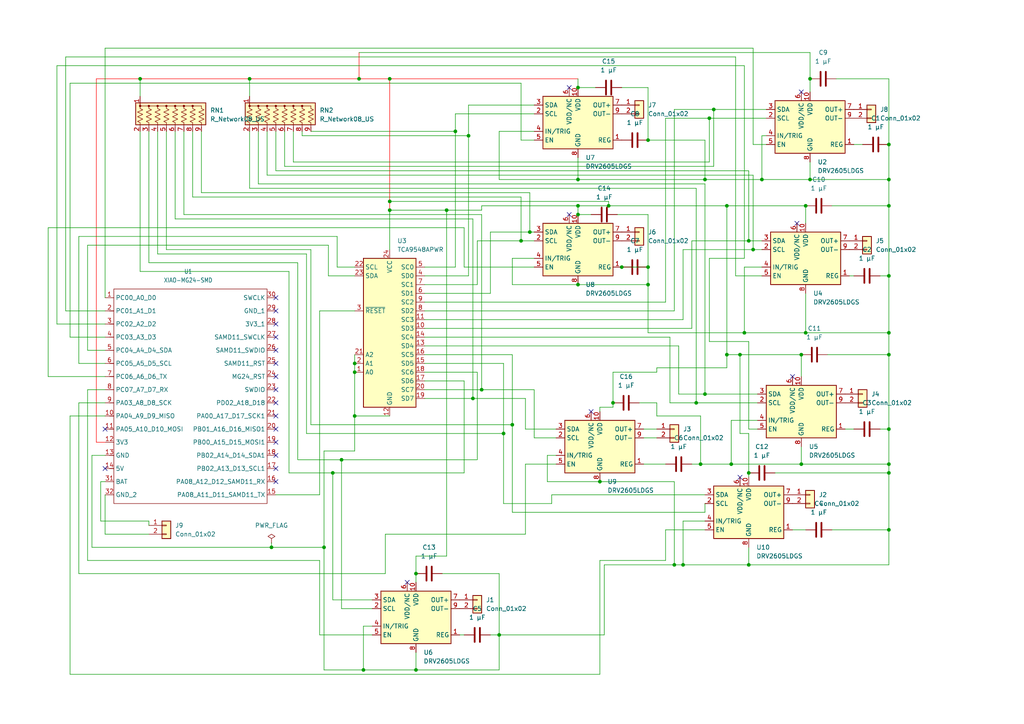
<source format=kicad_sch>
(kicad_sch (version 20231120) (generator "eeschema") (generator_version "8.0")
  (paper "A4")
  (lib_symbols
    (symbol "Connector_Generic:Conn_01x02" (pin_names (offset 1.016) hide)
      (property "Reference" "J" (at 0 2.54 0))
      (property "Value" "Conn_01x02" (at 0 -5.08 0))
      (symbol "Conn_01x02_1_1"
        (rectangle (start -1.27 -2.413) (end 0 -2.667) (stroke (width 0.1524)))
        (rectangle (start -1.27 0.127) (end 0 -0.127) (stroke (width 0.1524)))
        (rectangle (start -1.27 1.27) (end 1.27 -3.81) (stroke (width 0.254)) (fill (type background)))
        (pin passive line (at -5.08 0 0) (length 3.81) (name "Pin_1") (number "1"))
        (pin passive line (at -5.08 -2.54 0) (length 3.81) (name "Pin_2") (number "2"))
      )
    )
    (symbol "DRV2605LDGS_1"
      (property "Reference" "U2" (at 2.1941 -10.16 0))
      (property "Value" "DRV2605LDGS" (at 2.1941 -12.7 0))
      (symbol "DRV2605LDGS_1_0_1"
        (rectangle (start -10.16 7.62) (end 10.16 -7.62) (stroke (width 0.254)) (fill (type background)))
      )
      (symbol "DRV2605LDGS_1_1_1"
        (pin passive line (at 12.7 -5.08 180) (length 2.54) (name "REG") (number "1"))
        (pin power_in line (at 0 10.16 270) (length 2.54) (name "VDD") (number "10"))
        (pin input line (at -12.7 2.54 0) (length 2.54) (name "SCL") (number "2"))
        (pin bidirectional line (at -12.7 5.08 0) (length 2.54) (name "SDA") (number "3"))
        (pin input line (at -12.7 -2.54 0) (length 2.54) (name "IN/TRIG") (number "4"))
        (pin input line (at -12.7 -5.08 0) (length 2.54) (name "EN") (number "5"))
        (pin power_in line (at -2.54 10.16 270) (length 2.54) (name "VDD/NC") (number "6"))
        (pin output line (at 12.7 5.08 180) (length 2.54) (name "OUT+") (number "7"))
        (pin power_in line (at 0 -10.16 90) (length 2.54) (name "GND") (number "8"))
        (pin output line (at 12.7 2.54 180) (length 2.54) (name "OUT-") (number "9"))
      )
    )
    (symbol "Device:C" (pin_numbers hide) (pin_names (offset 0.254))
      (property "Reference" "C" (at 0.635 2.54 0))
      (property "Value" "C" (at 0.635 -2.54 0))
      (symbol "C_0_1"
        (polyline (pts (xy -2.032 -0.762) (xy 2.032 -0.762)) (stroke (width 0.508)))
        (polyline (pts (xy -2.032 0.762) (xy 2.032 0.762)) (stroke (width 0.508)))
      )
      (symbol "C_1_1"
        (pin passive line (at 0 3.81 270) (length 2.794) (name "~") (number "1"))
        (pin passive line (at 0 -3.81 90) (length 2.794) (name "~") (number "2"))
      )
    )
    (symbol "Device:R_Network08_US" (pin_names (offset 0) hide)
      (property "Reference" "RN" (at -12.7 0 90))
      (property "Value" "R_Network08_US" (at 10.16 0 90))
      (symbol "R_Network08_US_0_1"
        (rectangle (start -11.43 -3.175) (end 8.89 3.175) (stroke (width 0.254)) (fill (type background)))
        (circle (center -10.16 2.286) (radius 0.254) (fill (type outline)))
        (circle (center -7.62 2.286) (radius 0.254) (fill (type outline)))
        (circle (center -5.08 2.286) (radius 0.254) (fill (type outline)))
        (circle (center -2.54 2.286) (radius 0.254) (fill (type outline)))
        (polyline (pts (xy -10.16 2.286) (xy 7.62 2.286)))
        (polyline (pts (xy -10.16 2.286) (xy -10.16 1.524) (xy -9.398 1.1684) (xy -10.922 0.508) (xy -9.398 -0.1524) (xy -10.922 -0.8382) (xy -9.398 -1.524) (xy -10.922 -2.1844) (xy -10.16 -2.54) (xy -10.16 -3.81)))
        (polyline (pts (xy -7.62 2.286) (xy -7.62 1.524) (xy -6.858 1.1684) (xy -8.382 0.508) (xy -6.858 -0.1524) (xy -8.382 -0.8382) (xy -6.858 -1.524) (xy -8.382 -2.1844) (xy -7.62 -2.54) (xy -7.62 -3.81)))
        (polyline (pts (xy -5.08 2.286) (xy -5.08 1.524) (xy -4.318 1.1684) (xy -5.842 0.508) (xy -4.318 -0.1524) (xy -5.842 -0.8382) (xy -4.318 -1.524) (xy -5.842 -2.1844) (xy -5.08 -2.54) (xy -5.08 -3.81)))
        (polyline (pts (xy -2.54 2.286) (xy -2.54 1.524) (xy -1.778 1.1684) (xy -3.302 0.508) (xy -1.778 -0.1524) (xy -3.302 -0.8382) (xy -1.778 -1.524) (xy -3.302 -2.1844) (xy -2.54 -2.54) (xy -2.54 -3.81)))
        (polyline (pts (xy 0 2.286) (xy 0 1.524) (xy 0.762 1.1684) (xy -0.762 0.508) (xy 0.762 -0.1524) (xy -0.762 -0.8382) (xy 0.762 -1.524) (xy -0.762 -2.1844) (xy 0 -2.54) (xy 0 -3.81)))
        (polyline (pts (xy 2.54 2.286) (xy 2.54 1.524) (xy 3.302 1.1684) (xy 1.778 0.508) (xy 3.302 -0.1524) (xy 1.778 -0.8382) (xy 3.302 -1.524) (xy 1.778 -2.1844) (xy 2.54 -2.54) (xy 2.54 -3.81)))
        (polyline (pts (xy 5.08 2.286) (xy 5.08 1.524) (xy 5.842 1.1684) (xy 4.318 0.508) (xy 5.842 -0.1524) (xy 4.318 -0.8382) (xy 5.842 -1.524) (xy 4.318 -2.1844) (xy 5.08 -2.54) (xy 5.08 -3.81)))
        (polyline (pts (xy 7.62 2.286) (xy 7.62 1.524) (xy 8.382 1.1684) (xy 6.858 0.508) (xy 8.382 -0.1524) (xy 6.858 -0.8382) (xy 8.382 -1.524) (xy 6.858 -2.1844) (xy 7.62 -2.54) (xy 7.62 -3.81)))
        (circle (center 0 2.286) (radius 0.254) (fill (type outline)))
        (circle (center 2.54 2.286) (radius 0.254) (fill (type outline)))
        (circle (center 5.08 2.286) (radius 0.254) (fill (type outline)))
      )
      (symbol "R_Network08_US_1_1"
        (pin passive line (at -10.16 5.08 270) (length 2.54) (name "common") (number "1"))
        (pin passive line (at -10.16 -5.08 90) (length 1.27) (name "R1") (number "2"))
        (pin passive line (at -7.62 -5.08 90) (length 1.27) (name "R2") (number "3"))
        (pin passive line (at -5.08 -5.08 90) (length 1.27) (name "R3") (number "4"))
        (pin passive line (at -2.54 -5.08 90) (length 1.27) (name "R4") (number "5"))
        (pin passive line (at 0 -5.08 90) (length 1.27) (name "R5") (number "6"))
        (pin passive line (at 2.54 -5.08 90) (length 1.27) (name "R6") (number "7"))
        (pin passive line (at 5.08 -5.08 90) (length 1.27) (name "R7") (number "8"))
        (pin passive line (at 7.62 -5.08 90) (length 1.27) (name "R8") (number "9"))
      )
    )
    (symbol "Driver_Haptic:DRV2605LDGS"
      (property "Reference" "U" (at -10.16 8.255 0))
      (property "Value" "DRV2605LDGS" (at 2.54 -8.89 0))
      (symbol "DRV2605LDGS_0_1"
        (rectangle (start -10.16 7.62) (end 10.16 -7.62) (stroke (width 0.254)) (fill (type background)))
      )
      (symbol "DRV2605LDGS_1_1"
        (pin passive line (at 12.7 -5.08 180) (length 2.54) (name "REG") (number "1"))
        (pin power_in line (at 0 10.16 270) (length 2.54) (name "VDD") (number "10"))
        (pin input line (at -12.7 2.54 0) (length 2.54) (name "SCL") (number "2"))
        (pin bidirectional line (at -12.7 5.08 0) (length 2.54) (name "SDA") (number "3"))
        (pin input line (at -12.7 -2.54 0) (length 2.54) (name "IN/TRIG") (number "4"))
        (pin input line (at -12.7 -5.08 0) (length 2.54) (name "EN") (number "5"))
        (pin power_in line (at -2.54 10.16 270) (length 2.54) (name "VDD/NC") (number "6"))
        (pin output line (at 12.7 5.08 180) (length 2.54) (name "OUT+") (number "7"))
        (pin power_in line (at 0 -10.16 90) (length 2.54) (name "GND") (number "8"))
        (pin output line (at 12.7 2.54 180) (length 2.54) (name "OUT-") (number "9"))
      )
    )
    (symbol "Interface_Expansion:TCA9548APWR"
      (property "Reference" "U" (at -7.62 21.59 0))
      (property "Value" "TCA9548APWR" (at 1.016 21.59 0))
      (symbol "TCA9548APWR_0_1"
        (rectangle (start -7.62 20.32) (end 7.62 -22.86) (stroke (width 0.254)) (fill (type background)))
      )
      (symbol "TCA9548APWR_1_1"
        (pin input line (at -10.16 -12.7 0) (length 2.54) (name "A0") (number "1"))
        (pin bidirectional line (at 10.16 0 180) (length 2.54) (name "SD3") (number "10"))
        (pin output line (at 10.16 2.54 180) (length 2.54) (name "SC3") (number "11"))
        (pin power_in line (at 0 -25.4 90) (length 2.54) (name "GND") (number "12"))
        (pin bidirectional line (at 10.16 -5.08 180) (length 2.54) (name "SD4") (number "13"))
        (pin output line (at 10.16 -2.54 180) (length 2.54) (name "SC4") (number "14"))
        (pin bidirectional line (at 10.16 -10.16 180) (length 2.54) (name "SD5") (number "15"))
        (pin output line (at 10.16 -7.62 180) (length 2.54) (name "SC5") (number "16"))
        (pin bidirectional line (at 10.16 -15.24 180) (length 2.54) (name "SD6") (number "17"))
        (pin output line (at 10.16 -12.7 180) (length 2.54) (name "SC6") (number "18"))
        (pin bidirectional line (at 10.16 -20.32 180) (length 2.54) (name "SD7") (number "19"))
        (pin input line (at -10.16 -10.16 0) (length 2.54) (name "A1") (number "2"))
        (pin output line (at 10.16 -17.78 180) (length 2.54) (name "SC7") (number "20"))
        (pin input line (at -10.16 -7.62 0) (length 2.54) (name "A2") (number "21"))
        (pin input line (at -10.16 17.78 0) (length 2.54) (name "SCL") (number "22"))
        (pin bidirectional line (at -10.16 15.24 0) (length 2.54) (name "SDA") (number "23"))
        (pin power_in line (at 0 22.86 270) (length 2.54) (name "VCC") (number "24"))
        (pin input line (at -10.16 5.08 0) (length 2.54) (name "~{RESET}") (number "3"))
        (pin bidirectional line (at 10.16 15.24 180) (length 2.54) (name "SD0") (number "4"))
        (pin output line (at 10.16 17.78 180) (length 2.54) (name "SC0") (number "5"))
        (pin bidirectional line (at 10.16 10.16 180) (length 2.54) (name "SD1") (number "6"))
        (pin output line (at 10.16 12.7 180) (length 2.54) (name "SC1") (number "7"))
        (pin bidirectional line (at 10.16 5.08 180) (length 2.54) (name "SD2") (number "8"))
        (pin output line (at 10.16 7.62 180) (length 2.54) (name "SC2") (number "9"))
      )
    )
    (symbol "SeeedStudio Xiao Series:XIAO-MG24-SMD"
      (property "Reference" "U1" (at -0.0381 30.48 0))
      (property "Value" "XIAO-MG24-SMD" (at -0.0381 27.94 0))
      (symbol "XIAO-MG24-SMD_0_1"
        (rectangle (start -21.59 25.4) (end 22.86 -36.83))
      )
      (symbol "XIAO-MG24-SMD_1_0"
        (polyline (pts (xy -22.86 -26.67) (xy -21.59 -26.67)) (stroke (width 0.1524)))
        (polyline (pts (xy -22.86 -22.86) (xy -21.59 -22.86)) (stroke (width 0.1524)))
        (polyline (pts (xy -22.86 -19.05) (xy -21.59 -19.05)) (stroke (width 0.1524)))
        (polyline (pts (xy -22.86 -15.24) (xy -21.59 -15.24)) (stroke (width 0.1524)))
        (polyline (pts (xy -22.86 -11.43) (xy -21.59 -11.43)) (stroke (width 0.1524)))
        (polyline (pts (xy -22.86 -7.62) (xy -21.59 -7.62)) (stroke (width 0.1524)))
        (polyline (pts (xy -22.86 -3.81) (xy -21.59 -3.81)) (stroke (width 0.1524)))
        (polyline (pts (xy -21.59 0) (xy -22.86 0)) (stroke (width 0.1524)))
        (polyline (pts (xy -21.59 3.81) (xy -22.86 3.81)) (stroke (width 0.1524)))
        (polyline (pts (xy -21.59 7.62) (xy -22.86 7.62)) (stroke (width 0.1524)))
        (polyline (pts (xy -21.59 11.43) (xy -22.86 11.43)) (stroke (width 0.1524)))
        (polyline (pts (xy -21.59 15.24) (xy -22.86 15.24)) (stroke (width 0.1524)))
        (polyline (pts (xy -21.59 19.05) (xy -22.86 19.05)) (stroke (width 0.1524)))
        (polyline (pts (xy -21.59 22.86) (xy -22.86 22.86)) (stroke (width 0.1524)))
        (pin output line (at -24.13 22.86 0) (length 2.54) (name "PC00_A0_D0") (number "1"))
        (pin output line (at -24.13 -11.43 0) (length 2.54) (name "PA04_A9_D9_MISO") (number "10"))
        (pin output line (at -24.13 -15.24 0) (length 2.54) (name "PA05_A10_D10_MOSI") (number "11"))
        (pin power_out line (at -24.13 -19.05 0) (length 2.54) (name "3V3") (number "12"))
        (pin power_in line (at -24.13 -22.86 0) (length 2.54) (name "GND") (number "13"))
        (pin unspecified line (at -24.13 -26.67 0) (length 2.54) (name "5V") (number "14"))
        (pin output line (at -24.13 19.05 0) (length 2.54) (name "PC01_A1_D1") (number "2"))
        (pin output line (at -24.13 15.24 0) (length 2.54) (name "PC02_A2_D2") (number "3"))
        (pin output line (at -24.13 11.43 0) (length 2.54) (name "PC03_A3_D3") (number "4"))
        (pin bidirectional line (at -24.13 7.62 0) (length 2.54) (name "PC04_A4_D4_SDA") (number "5"))
        (pin output line (at -24.13 3.81 0) (length 2.54) (name "PC05_A5_D5_SCL") (number "6"))
        (pin output line (at -24.13 0 0) (length 2.54) (name "PC06_A6_D6_TX") (number "7"))
        (pin output line (at -24.13 -3.81 0) (length 2.54) (name "PC07_A7_D7_RX") (number "8"))
        (pin output line (at -24.13 -7.62 0) (length 2.54) (name "PA03_A8_D8_SCK") (number "9"))
      )
      (symbol "XIAO-MG24-SMD_1_1"
        (pin output line (at 25.4 -34.29 180) (length 2.54) (name "PA08_A11_D11_SAMD11_TX") (number "15"))
        (pin unspecified line (at 25.4 -30.48 180) (length 2.54) (name "PA08_A12_D12_SAMD11_RX") (number "16"))
        (pin unspecified line (at 25.4 -26.67 180) (length 2.54) (name "PB02_A13_D13_SCL1") (number "17"))
        (pin unspecified line (at 25.4 -22.86 180) (length 2.54) (name "PB02_A14_D14_SDA1") (number "18"))
        (pin unspecified line (at 25.4 -19.05 180) (length 2.54) (name "PB00_A15_D15_MOSI1") (number "19"))
        (pin unspecified line (at 25.4 -15.24 180) (length 2.54) (name "PB01_A16_D16_MISO1") (number "20"))
        (pin unspecified line (at 25.4 -11.43 180) (length 2.54) (name "PA00_A17_D17_SCK1") (number "21"))
        (pin unspecified line (at 25.4 -7.62 180) (length 2.54) (name "PD02_A18_D18") (number "22"))
        (pin unspecified line (at 25.4 -3.81 180) (length 2.54) (name "SWDIO") (number "23"))
        (pin unspecified line (at 25.4 0 180) (length 2.54) (name "MG24_RST") (number "24"))
        (pin unspecified line (at 25.4 3.81 180) (length 2.54) (name "SAMD11_RST") (number "25"))
        (pin unspecified line (at 25.4 7.62 180) (length 2.54) (name "SAMD11_SWDIO") (number "26"))
        (pin unspecified line (at 25.4 11.43 180) (length 2.54) (name "SAMD11_SWCLK") (number "27"))
        (pin unspecified line (at 25.4 15.24 180) (length 2.54) (name "3V3_1") (number "28"))
        (pin unspecified line (at 25.4 19.05 180) (length 2.54) (name "GND_1") (number "29"))
        (pin unspecified line (at 25.4 22.86 180) (length 2.54) (name "SWCLK") (number "30"))
        (pin unspecified line (at -24.13 -30.48 0) (length 2.54) (name "BAT") (number "31"))
        (pin unspecified line (at -24.13 -34.29 0) (length 2.54) (name "GND_2") (number "32"))
      )
    )
    (symbol "power:PWR_FLAG" (power) (pin_numbers hide) (pin_names (offset 0) hide)
      (property "Value" "PWR_FLAG" (at 0 3.81 0))
      (symbol "PWR_FLAG_0_0"
        (pin power_out line (at 0 0 90) (length 0) (name "~") (number "1"))
      )
      (symbol "PWR_FLAG_0_1"
        (polyline (pts (xy 0 0) (xy 0 1.27) (xy -1.016 1.905) (xy 0 2.54) (xy 1.016 1.905) (xy 0 1.27)))
      )
    )
  )
  (junction (at 102.87 120.65))
  (junction (at 187.96 82.55))
  (junction (at 167.64 82.55))
  (junction (at 176.53 59.69))
  (junction (at 113.03 58.42))
  (junction (at 102.87 105.41))
  (junction (at 204.47 114.3))
  (junction (at 220.98 52.07))
  (junction (at 177.8 116.84))
  (junction (at 96.52 137.16))
  (junction (at 120.65 194.31))
  (junction (at 210.82 102.87))
  (junction (at 40.64 22.86))
  (junction (at 187.96 40.64))
  (junction (at 207.01 31.75))
  (junction (at 217.17 69.85))
  (junction (at 99.06 133.35))
  (junction (at 217.17 137.16))
  (junction (at 257.81 124.46))
  (junction (at 234.95 52.07))
  (junction (at 257.81 80.01))
  (junction (at 135.89 39.37))
  (junction (at 167.64 59.69))
  (junction (at 167.64 62.23))
  (junction (at 173.99 139.7))
  (junction (at 210.82 59.69))
  (junction (at 153.67 67.31))
  (junction (at 78.74 158.75))
  (junction (at 146.05 125.73))
  (junction (at 139.7 113.03))
  (junction (at 203.2 134.62))
  (junction (at 201.93 116.84))
  (junction (at 234.95 22.86))
  (junction (at 195.58 163.83))
  (junction (at 180.34 77.47))
  (junction (at 120.65 166.37))
  (junction (at 205.74 34.29))
  (junction (at 218.44 72.39))
  (junction (at 148.59 123.19))
  (junction (at 233.68 96.52))
  (junction (at 257.81 102.87))
  (junction (at 72.39 22.86))
  (junction (at 144.78 184.15))
  (junction (at 257.81 52.07))
  (junction (at 113.03 60.96))
  (junction (at 105.41 194.31))
  (junction (at 167.64 52.07))
  (junction (at 257.81 41.91))
  (junction (at 167.64 25.4))
  (junction (at 102.87 107.95))
  (junction (at 233.68 59.69))
  (junction (at 151.13 69.85))
  (junction (at 257.81 134.62))
  (junction (at 187.96 77.47))
  (junction (at 129.54 60.96))
  (junction (at 257.81 96.52))
  (junction (at 104.14 22.86))
  (junction (at 215.9 96.52))
  (junction (at 132.08 38.1))
  (junction (at 257.81 59.69))
  (junction (at 113.03 22.86))
  (junction (at 212.09 134.62))
  (junction (at 257.81 153.67))
  (junction (at 198.12 163.83))
  (junction (at 217.17 163.83))
  (junction (at 214.63 102.87))
  (junction (at 204.47 52.07))
  (junction (at 93.98 158.75))
  (junction (at 257.81 137.16))
  (junction (at 232.41 102.87))
  (junction (at 137.16 115.57))
  (junction (at 232.41 134.62))
  (no_connect (at 30.48 135.89))
  (no_connect (at 80.01 90.17))
  (no_connect (at 80.01 139.7))
  (no_connect (at 231.14 64.77))
  (no_connect (at 80.01 101.6))
  (no_connect (at 80.01 97.79))
  (no_connect (at 165.1 25.4))
  (no_connect (at 80.01 120.65))
  (no_connect (at 80.01 109.22))
  (no_connect (at 80.01 105.41))
  (no_connect (at 80.01 124.46))
  (no_connect (at 80.01 116.84))
  (no_connect (at 80.01 93.98))
  (no_connect (at 80.01 128.27))
  (no_connect (at 30.48 124.46))
  (no_connect (at 80.01 86.36))
  (no_connect (at 171.45 119.38))
  (no_connect (at 80.01 132.08))
  (no_connect (at 118.11 168.91))
  (no_connect (at 165.1 62.23))
  (no_connect (at 232.41 26.67))
  (no_connect (at 214.63 138.43))
  (no_connect (at 80.01 135.89))
  (no_connect (at 229.87 109.22))
  (no_connect (at 80.01 113.03))
  (wire (pts (xy 92.71 162.56) (xy 92.71 184.15)))
  (wire (pts (xy 72.39 38.1) (xy 72.39 54.61)))
  (wire (pts (xy 113.03 58.42) (xy 176.53 58.42)))
  (wire (pts (xy 30.48 113.03) (xy 25.4 113.03)))
  (wire (pts (xy 92.71 90.17) (xy 102.87 90.17)))
  (wire (pts (xy 72.39 22.86) (xy 104.14 22.86)) (stroke (width 0) (color 255 0 0 1)))
  (wire (pts (xy 204.47 151.13) (xy 198.12 151.13)))
  (wire (pts (xy 201.93 116.84) (xy 219.71 116.84)))
  (wire (pts (xy 196.85 100.33) (xy 196.85 114.3)))
  (wire (pts (xy 200.66 69.85) (xy 217.17 69.85)))
  (wire (pts (xy 135.89 80.01) (xy 135.89 39.37)))
  (wire (pts (xy 214.63 102.87) (xy 214.63 125.73)))
  (wire (pts (xy 218.44 72.39) (xy 220.98 72.39)))
  (wire (pts (xy 142.24 85.09) (xy 142.24 67.31)))
  (wire (pts (xy 90.17 123.19) (xy 148.59 123.19)))
  (wire (pts (xy 152.4 154.94) (xy 152.4 134.62)))
  (wire (pts (xy 148.59 82.55) (xy 167.64 82.55)))
  (wire (pts (xy 210.82 102.87) (xy 210.82 106.68)))
  (wire (pts (xy 43.18 151.13) (xy 43.18 152.4)))
  (wire (pts (xy 129.54 60.96) (xy 139.7 60.96)))
  (wire (pts (xy 247.65 80.01) (xy 246.38 80.01)))
  (wire (pts (xy 176.53 59.69) (xy 176.53 58.42)))
  (wire (pts (xy 95.25 80.01) (xy 102.87 80.01)))
  (wire (pts (xy 50.8 38.1) (xy 50.8 63.5)))
  (wire (pts (xy 123.19 87.63) (xy 193.04 87.63)))
  (wire (pts (xy 107.95 181.61) (xy 105.41 181.61)))
  (wire (pts (xy 257.81 134.62) (xy 257.81 124.46)))
  (wire (pts (xy 87.63 39.37) (xy 135.89 39.37)))
  (wire (pts (xy 212.09 134.62) (xy 232.41 134.62)))
  (wire (pts (xy 215.9 19.05) (xy 215.9 74.93)))
  (wire (pts (xy 148.59 102.87) (xy 148.59 123.19)))
  (wire (pts (xy 25.4 101.6) (xy 25.4 71.12)))
  (wire (pts (xy 13.97 109.22) (xy 13.97 66.04)))
  (wire (pts (xy 48.26 38.1) (xy 48.26 72.39)))
  (wire (pts (xy 92.71 184.15) (xy 107.95 184.15)))
  (wire (pts (xy 187.96 40.64) (xy 204.47 40.64)))
  (wire (pts (xy 29.21 151.13) (xy 43.18 151.13)))
  (wire (pts (xy 137.16 63.5) (xy 137.16 115.57)))
  (wire (pts (xy 113.03 58.42) (xy 113.03 60.96)) (stroke (width 0) (color 255 0 0 1)))
  (wire (pts (xy 204.47 146.05) (xy 204.47 148.59)))
  (wire (pts (xy 134.62 77.47) (xy 154.94 77.47)))
  (wire (pts (xy 190.5 106.68) (xy 210.82 106.68)))
  (wire (pts (xy 204.47 52.07) (xy 220.98 52.07)))
  (wire (pts (xy 167.64 59.69) (xy 167.64 62.23)))
  (wire (pts (xy 138.43 107.95) (xy 138.43 133.35)))
  (wire (pts (xy 234.95 22.86) (xy 234.95 15.24)))
  (wire (pts (xy 214.63 102.87) (xy 210.82 102.87)))
  (wire (pts (xy 104.14 22.86) (xy 113.03 22.86)) (stroke (width 0) (color 255 0 0 1)))
  (wire (pts (xy 213.36 80.01) (xy 220.98 80.01)))
  (wire (pts (xy 175.26 163.83) (xy 195.58 163.83)))
  (wire (pts (xy 220.98 39.37) (xy 220.98 52.07)))
  (wire (pts (xy 220.98 77.47) (xy 215.9 77.47)))
  (wire (pts (xy 257.81 59.69) (xy 257.81 80.01)))
  (wire (pts (xy 45.72 38.1) (xy 45.72 73.66)))
  (wire (pts (xy 194.31 97.79) (xy 194.31 116.84)))
  (wire (pts (xy 203.2 120.65) (xy 203.2 134.62)))
  (wire (pts (xy 154.94 38.1) (xy 144.78 38.1)))
  (wire (pts (xy 77.47 38.1) (xy 77.47 50.8)))
  (wire (pts (xy 30.48 116.84) (xy 22.86 116.84)))
  (wire (pts (xy 58.42 55.88) (xy 153.67 55.88)))
  (wire (pts (xy 102.87 120.65) (xy 102.87 130.81)))
  (wire (pts (xy 134.62 110.49) (xy 134.62 137.16)))
  (wire (pts (xy 190.5 116.84) (xy 190.5 120.65)))
  (wire (pts (xy 233.68 59.69) (xy 210.82 59.69)))
  (wire (pts (xy 193.04 34.29) (xy 205.74 34.29)))
  (wire (pts (xy 257.81 80.01) (xy 257.81 96.52)))
  (wire (pts (xy 200.66 95.25) (xy 200.66 69.85)))
  (wire (pts (xy 20.32 24.13) (xy 20.32 97.79)))
  (wire (pts (xy 20.32 120.65) (xy 20.32 195.58)))
  (wire (pts (xy 43.18 76.2) (xy 86.36 76.2)))
  (wire (pts (xy 90.17 72.39) (xy 90.17 123.19)))
  (wire (pts (xy 120.65 168.91) (xy 120.65 166.37)))
  (wire (pts (xy 198.12 92.71) (xy 198.12 72.39)))
  (wire (pts (xy 82.55 48.26) (xy 207.01 48.26)))
  (wire (pts (xy 40.64 22.86) (xy 72.39 22.86)) (stroke (width 0) (color 255 0 0 1)))
  (wire (pts (xy 138.43 69.85) (xy 151.13 69.85)))
  (wire (pts (xy 257.81 137.16) (xy 257.81 153.67)))
  (wire (pts (xy 111.76 154.94) (xy 152.4 154.94)))
  (wire (pts (xy 53.34 38.1) (xy 53.34 62.23)))
  (wire (pts (xy 30.48 139.7) (xy 29.21 139.7)))
  (wire (pts (xy 30.48 143.51) (xy 30.48 154.94)))
  (wire (pts (xy 132.08 38.1) (xy 132.08 33.02)))
  (wire (pts (xy 234.95 46.99) (xy 234.95 52.07)))
  (wire (pts (xy 43.18 38.1) (xy 43.18 76.2)))
  (wire (pts (xy 120.65 166.37) (xy 120.65 161.29)))
  (wire (pts (xy 175.26 184.15) (xy 175.26 163.83)))
  (wire (pts (xy 85.09 46.99) (xy 205.74 46.99)))
  (wire (pts (xy 257.81 52.07) (xy 257.81 59.69)))
  (wire (pts (xy 187.96 77.47) (xy 187.96 82.55)))
  (wire (pts (xy 158.75 132.08) (xy 158.75 139.7)))
  (wire (pts (xy 158.75 139.7) (xy 173.99 139.7)))
  (wire (pts (xy 83.82 137.16) (xy 96.52 137.16)))
  (wire (pts (xy 232.41 109.22) (xy 232.41 102.87)))
  (wire (pts (xy 167.64 25.4) (xy 172.72 25.4)))
  (wire (pts (xy 99.06 176.53) (xy 107.95 176.53)))
  (wire (pts (xy 176.53 59.69) (xy 210.82 59.69)))
  (wire (pts (xy 218.44 41.91) (xy 222.25 41.91)))
  (wire (pts (xy 144.78 38.1) (xy 144.78 52.07)))
  (wire (pts (xy 25.4 71.12) (xy 95.25 71.12)))
  (wire (pts (xy 16.51 19.05) (xy 215.9 19.05)))
  (wire (pts (xy 26.67 158.75) (xy 78.74 158.75)))
  (wire (pts (xy 154.94 127) (xy 154.94 113.03)))
  (wire (pts (xy 95.25 71.12) (xy 95.25 80.01)))
  (wire (pts (xy 123.19 110.49) (xy 134.62 110.49)))
  (wire (pts (xy 222.25 39.37) (xy 220.98 39.37)))
  (wire (pts (xy 215.9 74.93) (xy 205.74 74.93)))
  (wire (pts (xy 242.57 22.86) (xy 257.81 22.86)))
  (wire (pts (xy 123.19 102.87) (xy 148.59 102.87)))
  (wire (pts (xy 88.9 125.73) (xy 146.05 125.73)))
  (wire (pts (xy 187.96 82.55) (xy 187.96 96.52)))
  (wire (pts (xy 102.87 130.81) (xy 93.98 130.81)))
  (wire (pts (xy 97.79 77.47) (xy 102.87 77.47)))
  (wire (pts (xy 22.86 116.84) (xy 22.86 166.37)))
  (wire (pts (xy 120.65 161.29) (xy 129.54 161.29)))
  (wire (pts (xy 167.64 52.07) (xy 204.47 52.07)))
  (wire (pts (xy 139.7 62.23) (xy 139.7 113.03)))
  (wire (pts (xy 144.78 52.07) (xy 167.64 52.07)))
  (wire (pts (xy 27.94 22.86) (xy 27.94 128.27)) (stroke (width 0) (color 255 0 0 1)))
  (wire (pts (xy 55.88 38.1) (xy 55.88 57.15)))
  (wire (pts (xy 217.17 124.46) (xy 219.71 124.46)))
  (wire (pts (xy 161.29 132.08) (xy 158.75 132.08)))
  (wire (pts (xy 102.87 120.65) (xy 113.03 120.65)))
  (wire (pts (xy 219.71 121.92) (xy 212.09 121.92)))
  (wire (pts (xy 123.19 97.79) (xy 194.31 97.79)))
  (wire (pts (xy 123.19 80.01) (xy 135.89 80.01)))
  (wire (pts (xy 151.13 40.64) (xy 151.13 24.13)))
  (wire (pts (xy 30.48 13.97) (xy 218.44 13.97)))
  (wire (pts (xy 74.93 38.1) (xy 74.93 53.34)))
  (wire (pts (xy 30.48 154.94) (xy 43.18 154.94)))
  (wire (pts (xy 217.17 125.73) (xy 214.63 125.73)))
  (wire (pts (xy 30.48 101.6) (xy 25.4 101.6)))
  (wire (pts (xy 13.97 66.04) (xy 134.62 66.04)))
  (wire (pts (xy 151.13 24.13) (xy 20.32 24.13)))
  (wire (pts (xy 215.9 96.52) (xy 233.68 96.52)))
  (wire (pts (xy 200.66 134.62) (xy 203.2 134.62)))
  (wire (pts (xy 193.04 34.29) (xy 193.04 87.63)))
  (wire (pts (xy 144.78 194.31) (xy 144.78 184.15)))
  (wire (pts (xy 74.93 53.34) (xy 204.47 53.34)))
  (wire (pts (xy 22.86 68.58) (xy 97.79 68.58)))
  (wire (pts (xy 196.85 114.3) (xy 204.47 114.3)))
  (wire (pts (xy 177.8 107.95) (xy 177.8 116.84)))
  (wire (pts (xy 217.17 158.75) (xy 217.17 163.83)))
  (wire (pts (xy 86.36 133.35) (xy 99.06 133.35)))
  (wire (pts (xy 123.19 100.33) (xy 196.85 100.33)))
  (wire (pts (xy 134.62 66.04) (xy 134.62 77.47)))
  (wire (pts (xy 154.94 113.03) (xy 139.7 113.03)))
  (wire (pts (xy 105.41 194.31) (xy 120.65 194.31)))
  (wire (pts (xy 257.81 22.86) (xy 257.81 41.91)))
  (wire (pts (xy 123.19 90.17) (xy 195.58 90.17)))
  (wire (pts (xy 93.98 158.75) (xy 93.98 194.31)))
  (wire (pts (xy 132.08 33.02) (xy 154.94 33.02)))
  (wire (pts (xy 173.99 162.56) (xy 193.04 162.56)))
  (wire (pts (xy 167.64 62.23) (xy 171.45 62.23)))
  (wire (pts (xy 152.4 124.46) (xy 161.29 124.46)))
  (wire (pts (xy 194.31 116.84) (xy 201.93 116.84)))
  (wire (pts (xy 144.78 184.15) (xy 175.26 184.15)))
  (wire (pts (xy 257.81 80.01) (xy 255.27 80.01)))
  (wire (pts (xy 83.82 78.74) (xy 83.82 137.16)))
  (wire (pts (xy 195.58 90.17) (xy 195.58 31.75)))
  (wire (pts (xy 96.52 137.16) (xy 96.52 173.99)))
  (wire (pts (xy 146.05 125.73) (xy 146.05 146.05)))
  (wire (pts (xy 16.51 93.98) (xy 16.51 19.05)))
  (wire (pts (xy 55.88 57.15) (xy 151.13 57.15)))
  (wire (pts (xy 144.78 166.37) (xy 144.78 184.15)))
  (wire (pts (xy 213.36 16.51) (xy 213.36 80.01)))
  (wire (pts (xy 198.12 163.83) (xy 217.17 163.83)))
  (wire (pts (xy 205.74 46.99) (xy 205.74 34.29)))
  (wire (pts (xy 148.59 74.93) (xy 148.59 82.55)))
  (wire (pts (xy 25.4 113.03) (xy 25.4 162.56)))
  (wire (pts (xy 40.64 38.1) (xy 40.64 78.74)))
  (wire (pts (xy 123.19 92.71) (xy 198.12 92.71)))
  (wire (pts (xy 138.43 82.55) (xy 138.43 69.85)))
  (wire (pts (xy 193.04 162.56) (xy 193.04 153.67)))
  (wire (pts (xy 123.19 107.95) (xy 138.43 107.95)))
  (wire (pts (xy 30.48 120.65) (xy 20.32 120.65)))
  (wire (pts (xy 78.74 157.48) (xy 78.74 158.75)))
  (wire (pts (xy 30.48 90.17) (xy 19.05 90.17)))
  (wire (pts (xy 160.02 143.51) (xy 204.47 143.51)))
  (wire (pts (xy 22.86 105.41) (xy 22.86 68.58)))
  (wire (pts (xy 82.55 38.1) (xy 82.55 48.26)))
  (wire (pts (xy 195.58 31.75) (xy 207.01 31.75)))
  (wire (pts (xy 180.34 77.47) (xy 187.96 77.47)))
  (wire (pts (xy 198.12 151.13) (xy 198.12 163.83)))
  (wire (pts (xy 154.94 40.64) (xy 151.13 40.64)))
  (wire (pts (xy 205.74 74.93) (xy 205.74 99.06)))
  (wire (pts (xy 132.08 77.47) (xy 132.08 38.1)))
  (wire (pts (xy 129.54 60.96) (xy 129.54 161.29)))
  (wire (pts (xy 204.47 40.64) (xy 204.47 52.07)))
  (wire (pts (xy 247.65 41.91) (xy 250.19 41.91)))
  (wire (pts (xy 257.81 134.62) (xy 257.81 137.16)))
  (wire (pts (xy 217.17 137.16) (xy 217.17 125.73)))
  (wire (pts (xy 133.35 184.15) (xy 134.62 184.15)))
  (wire (pts (xy 80.01 143.51) (xy 92.71 143.51)))
  (wire (pts (xy 240.03 102.87) (xy 257.81 102.87)))
  (wire (pts (xy 152.4 134.62) (xy 161.29 134.62)))
  (wire (pts (xy 177.8 107.95) (xy 190.5 107.95)))
  (wire (pts (xy 87.63 38.1) (xy 87.63 39.37)))
  (wire (pts (xy 232.41 129.54) (xy 232.41 134.62)))
  (wire (pts (xy 30.48 105.41) (xy 22.86 105.41)))
  (wire (pts (xy 45.72 73.66) (xy 88.9 73.66)))
  (wire (pts (xy 173.99 118.11) (xy 173.99 119.38)))
  (wire (pts (xy 210.82 59.69) (xy 210.82 102.87)))
  (wire (pts (xy 257.81 153.67) (xy 257.81 163.83)))
  (wire (pts (xy 232.41 134.62) (xy 257.81 134.62)))
  (wire (pts (xy 151.13 69.85) (xy 154.94 69.85)))
  (wire (pts (xy 86.36 76.2) (xy 86.36 133.35)))
  (wire (pts (xy 217.17 69.85) (xy 220.98 69.85)))
  (wire (pts (xy 173.99 195.58) (xy 173.99 162.56)))
  (wire (pts (xy 195.58 139.7) (xy 195.58 163.83)))
  (wire (pts (xy 99.06 133.35) (xy 138.43 133.35)))
  (wire (pts (xy 92.71 143.51) (xy 92.71 90.17)))
  (wire (pts (xy 97.79 68.58) (xy 97.79 77.47)))
  (wire (pts (xy 186.69 124.46) (xy 190.5 124.46)))
  (wire (pts (xy 27.94 128.27) (xy 30.48 128.27)) (stroke (width 0) (color 255 0 0 1)))
  (wire (pts (xy 179.07 62.23) (xy 187.96 62.23)))
  (wire (pts (xy 203.2 134.62) (xy 212.09 134.62)))
  (wire (pts (xy 30.48 109.22) (xy 13.97 109.22)))
  (wire (pts (xy 153.67 67.31) (xy 154.94 67.31)))
  (wire (pts (xy 146.05 146.05) (xy 160.02 146.05)))
  (wire (pts (xy 205.74 99.06) (xy 217.17 99.06)))
  (wire (pts (xy 201.93 116.84) (xy 201.93 54.61)))
  (wire (pts (xy 135.89 39.37) (xy 135.89 30.48)))
  (wire (pts (xy 177.8 118.11) (xy 177.8 116.84)))
  (wire (pts (xy 102.87 107.95) (xy 102.87 120.65)))
  (wire (pts (xy 173.99 139.7) (xy 195.58 139.7)))
  (wire (pts (xy 99.06 133.35) (xy 99.06 176.53)))
  (wire (pts (xy 234.95 26.67) (xy 234.95 22.86)))
  (wire (pts (xy 204.47 53.34) (xy 204.47 114.3)))
  (wire (pts (xy 148.59 148.59) (xy 204.47 148.59)))
  (wire (pts (xy 195.58 163.83) (xy 198.12 163.83)))
  (wire (pts (xy 102.87 102.87) (xy 102.87 105.41)))
  (wire (pts (xy 167.64 82.55) (xy 187.96 82.55)))
  (wire (pts (xy 176.53 59.69) (xy 167.64 59.69)))
  (wire (pts (xy 173.99 118.11) (xy 177.8 118.11)))
  (wire (pts (xy 123.19 82.55) (xy 138.43 82.55)))
  (wire (pts (xy 96.52 173.99) (xy 107.95 173.99)))
  (wire (pts (xy 123.19 77.47) (xy 132.08 77.47)))
  (wire (pts (xy 187.96 62.23) (xy 187.96 77.47)))
  (wire (pts (xy 187.96 25.4) (xy 187.96 40.64)))
  (wire (pts (xy 218.44 13.97) (xy 218.44 41.91)))
  (wire (pts (xy 30.48 86.36) (xy 30.48 13.97)))
  (wire (pts (xy 217.17 137.16) (xy 217.17 138.43)))
  (wire (pts (xy 123.19 85.09) (xy 142.24 85.09)))
  (wire (pts (xy 90.17 38.1) (xy 132.08 38.1)))
  (wire (pts (xy 104.14 15.24) (xy 104.14 22.86)) (stroke (width 0) (color 255 0 0 1)))
  (wire (pts (xy 257.81 96.52) (xy 257.81 102.87)))
  (wire (pts (xy 137.16 115.57) (xy 152.4 115.57)))
  (wire (pts (xy 152.4 124.46) (xy 152.4 115.57)))
  (wire (pts (xy 186.69 127) (xy 190.5 127)))
  (wire (pts (xy 154.94 127) (xy 161.29 127)))
  (wire (pts (xy 217.17 99.06) (xy 217.17 124.46)))
  (wire (pts (xy 77.47 50.8) (xy 218.44 50.8)))
  (wire (pts (xy 123.19 105.41) (xy 146.05 105.41)))
  (wire (pts (xy 123.19 95.25) (xy 200.66 95.25)))
  (wire (pts (xy 257.81 124.46) (xy 255.27 124.46)))
  (wire (pts (xy 85.09 38.1) (xy 85.09 46.99)))
  (wire (pts (xy 204.47 114.3) (xy 219.71 114.3)))
  (wire (pts (xy 257.81 102.87) (xy 257.81 124.46)))
  (wire (pts (xy 113.03 22.86) (xy 113.03 58.42)) (stroke (width 0) (color 255 0 0 1)))
  (wire (pts (xy 167.64 45.72) (xy 167.64 52.07)))
  (wire (pts (xy 58.42 38.1) (xy 58.42 55.88)))
  (wire (pts (xy 19.05 16.51) (xy 213.36 16.51)))
  (wire (pts (xy 190.5 120.65) (xy 203.2 120.65)))
  (wire (pts (xy 180.34 25.4) (xy 187.96 25.4)))
  (wire (pts (xy 113.03 60.96) (xy 129.54 60.96)))
  (wire (pts (xy 233.68 85.09) (xy 233.68 96.52)))
  (wire (pts (xy 128.27 166.37) (xy 144.78 166.37)))
  (wire (pts (xy 120.65 189.23) (xy 120.65 194.31)))
  (wire (pts (xy 88.9 73.66) (xy 88.9 125.73)))
  (wire (pts (xy 233.68 64.77) (xy 233.68 59.69)))
  (wire (pts (xy 135.89 30.48) (xy 154.94 30.48)))
  (wire (pts (xy 229.87 153.67) (xy 233.68 153.67)))
  (wire (pts (xy 40.64 22.86) (xy 40.64 27.94)))
  (wire (pts (xy 25.4 162.56) (xy 92.71 162.56)))
  (wire (pts (xy 139.7 59.69) (xy 167.64 59.69)))
  (wire (pts (xy 146.05 105.41) (xy 146.05 125.73)))
  (wire (pts (xy 50.8 63.5) (xy 137.16 63.5)))
  (wire (pts (xy 19.05 90.17) (xy 19.05 16.51)))
  (wire (pts (xy 29.21 139.7) (xy 29.21 151.13)))
  (wire (pts (xy 186.69 134.62) (xy 193.04 134.62)))
  (wire (pts (xy 205.74 34.29) (xy 222.25 34.29)))
  (wire (pts (xy 102.87 105.41) (xy 102.87 107.95)))
  (wire (pts (xy 153.67 55.88) (xy 153.67 67.31)))
  (wire (pts (xy 241.3 59.69) (xy 257.81 59.69)))
  (wire (pts (xy 80.01 38.1) (xy 80.01 49.53)))
  (wire (pts (xy 72.39 54.61) (xy 201.93 54.61)))
  (wire (pts (xy 113.03 60.96) (xy 113.03 72.39)))
  (wire (pts (xy 215.9 77.47) (xy 215.9 96.52)))
  (wire (pts (xy 160.02 143.51) (xy 160.02 146.05)))
  (wire (pts (xy 232.41 102.87) (xy 214.63 102.87)))
  (wire (pts (xy 139.7 113.03) (xy 123.19 113.03)))
  (wire (pts (xy 220.98 52.07) (xy 234.95 52.07)))
  (wire (pts (xy 207.01 31.75) (xy 207.01 48.26)))
  (wire (pts (xy 185.42 116.84) (xy 190.5 116.84)))
  (wire (pts (xy 30.48 97.79) (xy 20.32 97.79)))
  (wire (pts (xy 72.39 22.86) (xy 72.39 27.94)))
  (wire (pts (xy 30.48 93.98) (xy 16.51 93.98)))
  (wire (pts (xy 198.12 72.39) (xy 218.44 72.39)))
  (wire (pts (xy 20.32 195.58) (xy 173.99 195.58)))
  (wire (pts (xy 257.81 41.91) (xy 257.81 52.07)))
  (wire (pts (xy 123.19 115.57) (xy 137.16 115.57)))
  (wire (pts (xy 148.59 123.19) (xy 148.59 148.59)))
  (wire (pts (xy 217.17 163.83) (xy 257.81 163.83)))
  (wire (pts (xy 93.98 130.81) (xy 93.98 158.75)))
  (wire (pts (xy 218.44 50.8) (xy 218.44 72.39)))
  (wire (pts (xy 224.79 137.16) (xy 257.81 137.16)))
  (wire (pts (xy 142.24 67.31) (xy 153.67 67.31)))
  (wire (pts (xy 53.34 62.23) (xy 139.7 62.23)))
  (wire (pts (xy 233.68 96.52) (xy 257.81 96.52)))
  (wire (pts (xy 111.76 166.37) (xy 111.76 154.94)))
  (wire (pts (xy 187.96 96.52) (xy 215.9 96.52)))
  (wire (pts (xy 78.74 158.75) (xy 93.98 158.75)))
  (wire (pts (xy 247.65 124.46) (xy 245.11 124.46)))
  (wire (pts (xy 27.94 22.86) (xy 40.64 22.86)) (stroke (width 0) (color 255 0 0 1)))
  (wire (pts (xy 134.62 137.16) (xy 96.52 137.16)))
  (wire (pts (xy 105.41 181.61) (xy 105.41 194.31)))
  (wire (pts (xy 26.67 132.08) (xy 26.67 158.75)))
  (wire (pts (xy 212.09 121.92) (xy 212.09 134.62)))
  (wire (pts (xy 80.01 49.53) (xy 217.17 49.53)))
  (wire (pts (xy 241.3 153.67) (xy 257.81 153.67)))
  (wire (pts (xy 139.7 59.69) (xy 139.7 60.96)))
  (wire (pts (xy 30.48 132.08) (xy 26.67 132.08)))
  (wire (pts (xy 48.26 72.39) (xy 90.17 72.39)))
  (wire (pts (xy 142.24 184.15) (xy 144.78 184.15)))
  (wire (pts (xy 167.64 22.86) (xy 167.64 25.4)))
  (wire (pts (xy 22.86 166.37) (xy 111.76 166.37)))
  (wire (pts (xy 40.64 78.74) (xy 83.82 78.74)))
  (wire (pts (xy 193.04 153.67) (xy 204.47 153.67)))
  (wire (pts (xy 234.95 15.24) (xy 104.14 15.24)))
  (wire (pts (xy 207.01 31.75) (xy 222.25 31.75)))
  (wire (pts (xy 234.95 52.07) (xy 257.81 52.07)))
  (wire (pts (xy 93.98 194.31) (xy 105.41 194.31)))
  (wire (pts (xy 217.17 49.53) (xy 217.17 69.85)))
  (wire (pts (xy 154.94 74.93) (xy 148.59 74.93)))
  (wire (pts (xy 151.13 57.15) (xy 151.13 69.85)))
  (wire (pts (xy 190.5 107.95) (xy 190.5 106.68)))
  (wire (pts (xy 120.65 194.31) (xy 144.78 194.31)))
  (wire (pts (xy 113.03 22.86) (xy 167.64 22.86)) (stroke (width 0) (color 255 0 0 1)))
  (symbol (lib_id "Device:C") (at 138.43 184.15 270) (unit 1)
    (property "Reference" "C5" (at 138.43 176.53 90))
    (property "Value" "1 µF" (at 138.43 179.07 90))
    (property "Footprint" "Capacitor_SMD:CP_Elec_3x5.3" (effects (hide yes)))
    (property "Description" "Unpolarized capacitor" (effects (hide yes)))
  )
  (symbol (lib_id "Device:C") (at 251.46 124.46 270) (unit 1)
    (property "Reference" "C3" (at 251.46 116.84 90))
    (property "Value" "1 µF" (at 251.46 119.38 90))
    (property "Footprint" "Capacitor_SMD:CP_Elec_3x5.3" (effects (hide yes)))
    (property "Description" "Unpolarized capacitor" (effects (hide yes)))
  )
  (symbol (lib_id "Driver_Haptic:DRV2605LDGS") (at 167.64 72.39 0) (unit 1)
    (property "Reference" "U8" (at 169.8341 82.55 0) (effects (justify left)))
    (property "Value" "DRV2605LDGS" (at 169.8341 85.09 0) (effects (justify left)))
    (property "Footprint" "DRV2605L:DGS0010A" (effects (hide yes)))
    (property "Datasheet" "http://www.ti.com/lit/ds/symlink/drv2605l.pdf" (effects (hide yes)))
    (property "Description" "Haptic driver for LRAs and ERMs with effect library, 2-5.2V, VSSOP-10" (effects (hide yes)))
  )
  (symbol (lib_id "Device:C") (at 176.53 25.4 270) (unit 1)
    (property "Reference" "C15" (at 176.53 17.78 90))
    (property "Value" "1 µF" (at 176.53 20.32 90))
    (property "Footprint" "Capacitor_SMD:CP_Elec_3x5.3" (effects (hide yes)))
    (property "Description" "Unpolarized capacitor" (effects (hide yes)))
  )
  (symbol (lib_id "Connector_Generic:Conn_01x02") (at 138.43 173.99 0) (unit 1)
    (property "Reference" "J1" (at 140.97 173.9899 0) (effects (justify left)))
    (property "Value" "Conn_01x02" (at 140.97 176.5299 0) (effects (justify left)))
    (property "Footprint" "Connector_Wire:SolderWire-0.1sqmm_1x02_P3.6mm_D0.4mm_OD1mm" (effects (hide yes)))
    (property "Description" "Generic connector, single row, 01x02, script generated (kicad-library-utils/schlib/autogen/connector/)" (effects (hide yes)))
  )
  (symbol (lib_id "Device:C") (at 124.46 166.37 270) (unit 1)
    (property "Reference" "C13" (at 124.46 158.75 90))
    (property "Value" "1 µF" (at 124.46 161.29 90))
    (property "Footprint" "Capacitor_SMD:CP_Elec_3x5.3" (effects (hide yes)))
    (property "Description" "Unpolarized capacitor" (effects (hide yes)))
  )
  (symbol (lib_id "Device:C") (at 184.15 40.64 270) (unit 1)
    (property "Reference" "C8" (at 184.15 33.02 90))
    (property "Value" "1 µF" (at 184.15 35.56 90))
    (property "Footprint" "Capacitor_SMD:CP_Elec_3x5.3" (effects (hide yes)))
    (property "Description" "Unpolarized capacitor" (effects (hide yes)))
  )
  (symbol (lib_id "Driver_Haptic:DRV2605LDGS") (at 217.17 148.59 0) (unit 1)
    (property "Reference" "U10" (at 219.3641 158.75 0) (effects (justify left)))
    (property "Value" "DRV2605LDGS" (at 219.3641 161.29 0) (effects (justify left)))
    (property "Footprint" "DRV2605L:DGS0010A" (effects (hide yes)))
    (property "Datasheet" "http://www.ti.com/lit/ds/symlink/drv2605l.pdf" (effects (hide yes)))
    (property "Description" "Haptic driver for LRAs and ERMs with effect library, 2-5.2V, VSSOP-10" (effects (hide yes)))
  )
  (symbol (lib_id "Connector_Generic:Conn_01x02") (at 185.42 30.48 0) (unit 1)
    (property "Reference" "J7" (at 187.96 30.4799 0) (effects (justify left)))
    (property "Value" "Conn_01x02" (at 187.96 33.0199 0) (effects (justify left)))
    (property "Footprint" "Connector_Wire:SolderWire-0.1sqmm_1x02_P3.6mm_D0.4mm_OD1mm" (effects (hide yes)))
    (property "Description" "Generic connector, single row, 01x02, script generated (kicad-library-utils/schlib/autogen/connector/)" (effects (hide yes)))
  )
  (symbol (lib_id "Driver_Haptic:DRV2605LDGS") (at 173.99 129.54 0) (unit 1)
    (property "Reference" "U9" (at 176.1841 139.7 0) (effects (justify left)))
    (property "Value" "DRV2605LDGS" (at 176.1841 142.24 0) (effects (justify left)))
    (property "Footprint" "DRV2605L:DGS0010A" (effects (hide yes)))
    (property "Datasheet" "http://www.ti.com/lit/ds/symlink/drv2605l.pdf" (effects (hide yes)))
    (property "Description" "Haptic driver for LRAs and ERMs with effect library, 2-5.2V, VSSOP-10" (effects (hide yes)))
  )
  (symbol (lib_id "Connector_Generic:Conn_01x02") (at 48.26 152.4 0) (unit 1)
    (property "Reference" "J9" (at 50.8 152.3999 0) (effects (justify left)))
    (property "Value" "Conn_01x02" (at 50.8 154.9399 0) (effects (justify left)))
    (property "Footprint" "Connector_JST:JST_EH_B2B-EH-A_1x02_P2.50mm_Vertical" (effects (hide yes)))
    (property "Description" "Generic connector, single row, 01x02, script generated (kicad-library-utils/schlib/autogen/connector/)" (effects (hide yes)))
  )
  (symbol (lib_id "Device:C") (at 236.22 102.87 270) (unit 1)
    (property "Reference" "C11" (at 236.22 95.25 90))
    (property "Value" "1 µF" (at 236.22 97.79 90))
    (property "Footprint" "Capacitor_SMD:CP_Elec_3x5.3" (effects (hide yes)))
    (property "Description" "Unpolarized capacitor" (effects (hide yes)))
  )
  (symbol (lib_id "Driver_Haptic:DRV2605LDGS") (at 120.65 179.07 0) (unit 1)
    (property "Reference" "U6" (at 122.8441 189.23 0) (effects (justify left)))
    (property "Value" "DRV2605LDGS" (at 122.8441 191.77 0) (effects (justify left)))
    (property "Footprint" "DRV2605L:DGS0010A" (effects (hide yes)))
    (property "Datasheet" "http://www.ti.com/lit/ds/symlink/drv2605l.pdf" (effects (hide yes)))
    (property "Description" "Haptic driver for LRAs and ERMs with effect library, 2-5.2V, VSSOP-10" (effects (hide yes)))
  )
  (symbol (lib_id "Connector_Generic:Conn_01x02") (at 251.46 69.85 0) (unit 1)
    (property "Reference" "J5" (at 254 69.8499 0) (effects (justify left)))
    (property "Value" "Conn_01x02" (at 254 72.3899 0) (effects (justify left)))
    (property "Footprint" "Connector_Wire:SolderWire-0.1sqmm_1x02_P3.6mm_D0.4mm_OD1mm" (effects (hide yes)))
    (property "Description" "Generic connector, single row, 01x02, script generated (kicad-library-utils/schlib/autogen/connector/)" (effects (hide yes)))
  )
  (symbol (lib_id "Device:C") (at 181.61 116.84 270) (unit 1)
    (property "Reference" "C16" (at 181.61 109.22 90))
    (property "Value" "1 µF" (at 181.61 111.76 90))
    (property "Footprint" "Capacitor_SMD:CP_Elec_3x5.3" (effects (hide yes)))
    (property "Description" "Unpolarized capacitor" (effects (hide yes)))
  )
  (symbol (lib_id "Interface_Expansion:TCA9548APWR") (at 113.03 95.25 0) (unit 1)
    (property "Reference" "U3" (at 115.2241 69.85 0) (effects (justify left)))
    (property "Value" "TCA9548APWR" (at 115.2241 72.39 0) (effects (justify left)))
    (property "Footprint" "Package_SO:TSSOP-24_4.4x5mm_P0.4mm" (effects (hide yes)))
    (property "Datasheet" "http://www.ti.com/lit/ds/symlink/tca9548a.pdf" (effects (hide yes)))
    (property "Description" "Low voltage 8-channel I2C switch with reset, TSSOP-24" (effects (hide yes)))
  )
  (symbol (lib_id "Connector_Generic:Conn_01x02") (at 195.58 124.46 0) (unit 1)
    (property "Reference" "J3" (at 198.12 124.4599 0) (effects (justify left)))
    (property "Value" "Conn_01x02" (at 198.12 126.9999 0) (effects (justify left)))
    (property "Footprint" "Connector_Wire:SolderWire-0.1sqmm_1x02_P3.6mm_D0.4mm_OD1mm" (effects (hide yes)))
    (property "Description" "Generic connector, single row, 01x02, script generated (kicad-library-utils/schlib/autogen/connector/)" (effects (hide yes)))
  )
  (symbol (lib_id "Device:R_Network08_US") (at 82.55 33.02 0) (unit 1)
    (property "Reference" "RN2" (at 92.71 32.0039 0) (effects (justify left)))
    (property "Value" "R_Network08_US" (at 92.71 34.5439 0) (effects (justify left)))
    (property "Footprint" "Resistor_THT:R_Array_SIP9" (effects (hide yes)))
    (property "Datasheet" "http://www.vishay.com/docs/31509/csc.pdf" (effects (hide yes)))
    (property "Description" "8 resistor network, star topology, bussed resistors, small US symbol" (effects (hide yes)))
  )
  (symbol (lib_name "DRV2605LDGS_1") (lib_id "Driver_Haptic:DRV2605LDGS") (at 234.95 36.83 0) (unit 1)
    (property "Reference" "U2" (at 237.1441 46.99 0) (effects (justify left)))
    (property "Value" "DRV2605LDGS" (at 237.1441 49.53 0) (effects (justify left)))
    (property "Footprint" "DRV2605L:DGS0010A" (effects (hide yes)))
    (property "Datasheet" "http://www.ti.com/lit/ds/symlink/drv2605l.pdf" (effects (hide yes)))
    (property "Description" "Haptic driver for LRAs and ERMs with effect library, 2-5.2V, VSSOP-10" (effects (hide yes)))
  )
  (symbol (lib_id "Connector_Generic:Conn_01x02") (at 250.19 114.3 0) (unit 1)
    (property "Reference" "J4" (at 252.73 114.2999 0) (effects (justify left)))
    (property "Value" "Conn_01x02" (at 252.73 116.8399 0) (effects (justify left)))
    (property "Footprint" "Connector_Wire:SolderWire-0.1sqmm_1x02_P3.6mm_D0.4mm_OD1mm" (effects (hide yes)))
    (property "Description" "Generic connector, single row, 01x02, script generated (kicad-library-utils/schlib/autogen/connector/)" (effects (hide yes)))
  )
  (symbol (lib_id "Device:C") (at 237.49 153.67 270) (unit 1)
    (property "Reference" "C4" (at 237.49 146.05 90))
    (property "Value" "1 µF" (at 237.49 148.59 90))
    (property "Footprint" "Capacitor_SMD:CP_Elec_3x5.3" (effects (hide yes)))
    (property "Description" "Unpolarized capacitor" (effects (hide yes)))
  )
  (symbol (lib_id "Connector_Generic:Conn_01x02") (at 185.42 67.31 0) (unit 1)
    (property "Reference" "J6" (at 187.96 67.3099 0) (effects (justify left)))
    (property "Value" "Conn_01x02" (at 187.96 69.8499 0) (effects (justify left)))
    (property "Footprint" "Connector_Wire:SolderWire-0.1sqmm_1x02_P3.6mm_D0.4mm_OD1mm" (effects (hide yes)))
    (property "Description" "Generic connector, single row, 01x02, script generated (kicad-library-utils/schlib/autogen/connector/)" (effects (hide yes)))
  )
  (symbol (lib_id "Device:C") (at 251.46 80.01 270) (unit 1)
    (property "Reference" "C2" (at 251.46 72.39 90))
    (property "Value" "1 µF" (at 251.46 74.93 90))
    (property "Footprint" "Capacitor_SMD:CP_Elec_3x5.3" (effects (hide yes)))
    (property "Description" "Unpolarized capacitor" (effects (hide yes)))
  )
  (symbol (lib_id "Driver_Haptic:DRV2605LDGS") (at 233.68 74.93 0) (unit 1)
    (property "Reference" "U4" (at 235.8741 85.09 0) (effects (justify left)))
    (property "Value" "DRV2605LDGS" (at 235.8741 87.63 0) (effects (justify left)))
    (property "Footprint" "DRV2605L:DGS0010A" (effects (hide yes)))
    (property "Datasheet" "http://www.ti.com/lit/ds/symlink/drv2605l.pdf" (effects (hide yes)))
    (property "Description" "Haptic driver for LRAs and ERMs with effect library, 2-5.2V, VSSOP-10" (effects (hide yes)))
  )
  (symbol (lib_id "Device:C") (at 184.15 77.47 270) (unit 1)
    (property "Reference" "C7" (at 184.15 69.85 90))
    (property "Value" "1 µF" (at 184.15 72.39 90))
    (property "Footprint" "Capacitor_SMD:CP_Elec_3x5.3" (effects (hide yes)))
    (property "Description" "Unpolarized capacitor" (effects (hide yes)))
  )
  (symbol (lib_id "Device:R_Network08_US") (at 50.8 33.02 0) (unit 1)
    (property "Reference" "RN1" (at 60.96 32.0039 0) (effects (justify left)))
    (property "Value" "R_Network08_US" (at 60.96 34.5439 0) (effects (justify left)))
    (property "Footprint" "Resistor_THT:R_Array_SIP9" (effects (hide yes)))
    (property "Datasheet" "http://www.vishay.com/docs/31509/csc.pdf" (effects (hide yes)))
    (property "Description" "8 resistor network, star topology, bussed resistors, small US symbol" (effects (hide yes)))
  )
  (symbol (lib_id "Connector_Generic:Conn_01x02") (at 252.73 31.75 0) (unit 1)
    (property "Reference" "J8" (at 255.27 31.7499 0) (effects (justify left)))
    (property "Value" "Conn_01x02" (at 255.27 34.2899 0) (effects (justify left)))
    (property "Footprint" "Connector_Wire:SolderWire-0.1sqmm_1x02_P3.6mm_D0.4mm_OD1mm" (effects (hide yes)))
    (property "Description" "Generic connector, single row, 01x02, script generated (kicad-library-utils/schlib/autogen/connector/)" (effects (hide yes)))
  )
  (symbol (lib_id "Device:C") (at 237.49 59.69 270) (unit 1)
    (property "Reference" "C10" (at 237.49 52.07 90))
    (property "Value" "1 µF" (at 237.49 54.61 90))
    (property "Footprint" "Capacitor_SMD:CP_Elec_3x5.3" (effects (hide yes)))
    (property "Description" "Unpolarized capacitor" (effects (hide yes)))
  )
  (symbol (lib_id "Driver_Haptic:DRV2605LDGS") (at 167.64 35.56 0) (unit 1)
    (property "Reference" "U7" (at 169.8341 45.72 0) (effects (justify left)))
    (property "Value" "DRV2605LDGS" (at 169.8341 48.26 0) (effects (justify left)))
    (property "Footprint" "DRV2605L:DGS0010A" (effects (hide yes)))
    (property "Datasheet" "http://www.ti.com/lit/ds/symlink/drv2605l.pdf" (effects (hide yes)))
    (property "Description" "Haptic driver for LRAs and ERMs with effect library, 2-5.2V, VSSOP-10" (effects (hide yes)))
  )
  (symbol (lib_id "Device:C") (at 220.98 137.16 270) (unit 1)
    (property "Reference" "C12" (at 220.98 129.54 90))
    (property "Value" "1 µF" (at 220.98 132.08 90))
    (property "Footprint" "Capacitor_SMD:CP_Elec_3x5.3" (effects (hide yes)))
    (property "Description" "Unpolarized capacitor" (effects (hide yes)))
  )
  (symbol (lib_id "Device:C") (at 254 41.91 270) (unit 1)
    (property "Reference" "C1" (at 254 34.29 90))
    (property "Value" "1 µF" (at 254 36.83 90))
    (property "Footprint" "Capacitor_SMD:CP_Elec_3x5.3" (effects (hide yes)))
    (property "Description" "Unpolarized capacitor" (effects (hide yes)))
  )
  (symbol (lib_id "SeeedStudio Xiao Series:XIAO-MG24-SMD") (at 54.61 109.22 0) (unit 1)
    (property "Reference" "U1" (at 54.5719 78.74 0) (effects (font (size 1.27 1.0795))))
    (property "Value" "XIAO-MG24-SMD" (at 54.5719 81.28 0) (effects (font (size 1.27 1.0795))))
    (property "Footprint" "SeeedStudio Xiao Series:XIAO-MG24-SMD" (effects (hide yes)))
  )
  (symbol (lib_id "Device:C") (at 196.85 134.62 270) (unit 1)
    (property "Reference" "C6" (at 196.85 127 90))
    (property "Value" "1 µF" (at 196.85 129.54 90))
    (property "Footprint" "Capacitor_SMD:CP_Elec_3x5.3" (effects (hide yes)))
    (property "Description" "Unpolarized capacitor" (effects (hide yes)))
  )
  (symbol (lib_id "Connector_Generic:Conn_01x02") (at 234.95 143.51 0) (unit 1)
    (property "Reference" "J2" (at 237.49 143.5099 0) (effects (justify left)))
    (property "Value" "Conn_01x02" (at 237.49 146.0499 0) (effects (justify left)))
    (property "Footprint" "Connector_Wire:SolderWire-0.1sqmm_1x02_P3.6mm_D0.4mm_OD1mm" (effects (hide yes)))
    (property "Description" "Generic connector, single row, 01x02, script generated (kicad-library-utils/schlib/autogen/connector/)" (effects (hide yes)))
  )
  (symbol (lib_id "power:PWR_FLAG") (at 78.74 157.48 0) (unit 1)
    (property "Reference" "#FLG01" (effects (hide yes)))
    (property "Value" "PWR_FLAG" (at 78.74 152.4 0))
    (property "Description" "Special symbol for telling ERC where power comes from" (effects (hide yes)))
  )
  (symbol (lib_id "Driver_Haptic:DRV2605LDGS") (at 232.41 119.38 0) (unit 1)
    (property "Reference" "U5" (at 234.6041 129.54 0) (effects (justify left)))
    (property "Value" "DRV2605LDGS" (at 234.6041 132.08 0) (effects (justify left)))
    (property "Footprint" "DRV2605L:DGS0010A" (effects (hide yes)))
    (property "Datasheet" "http://www.ti.com/lit/ds/symlink/drv2605l.pdf" (effects (hide yes)))
    (property "Description" "Haptic driver for LRAs and ERMs with effect library, 2-5.2V, VSSOP-10" (effects (hide yes)))
  )
  (symbol (lib_id "Device:C") (at 175.26 62.23 270) (unit 1)
    (property "Reference" "C14" (at 175.26 54.61 90))
    (property "Value" "1 µF" (at 175.26 57.15 90))
    (property "Footprint" "Capacitor_SMD:CP_Elec_3x5.3" (effects (hide yes)))
    (property "Description" "Unpolarized capacitor" (effects (hide yes)))
  )
  (symbol (lib_id "Device:C") (at 238.76 22.86 270) (unit 1)
    (property "Reference" "C9" (at 238.76 15.24 90))
    (property "Value" "1 µF" (at 238.76 17.78 90))
    (property "Footprint" "Capacitor_SMD:CP_Elec_3x5.3" (effects (hide yes)))
    (property "Description" "Unpolarized capacitor" (effects (hide yes)))
  )
)
</source>
